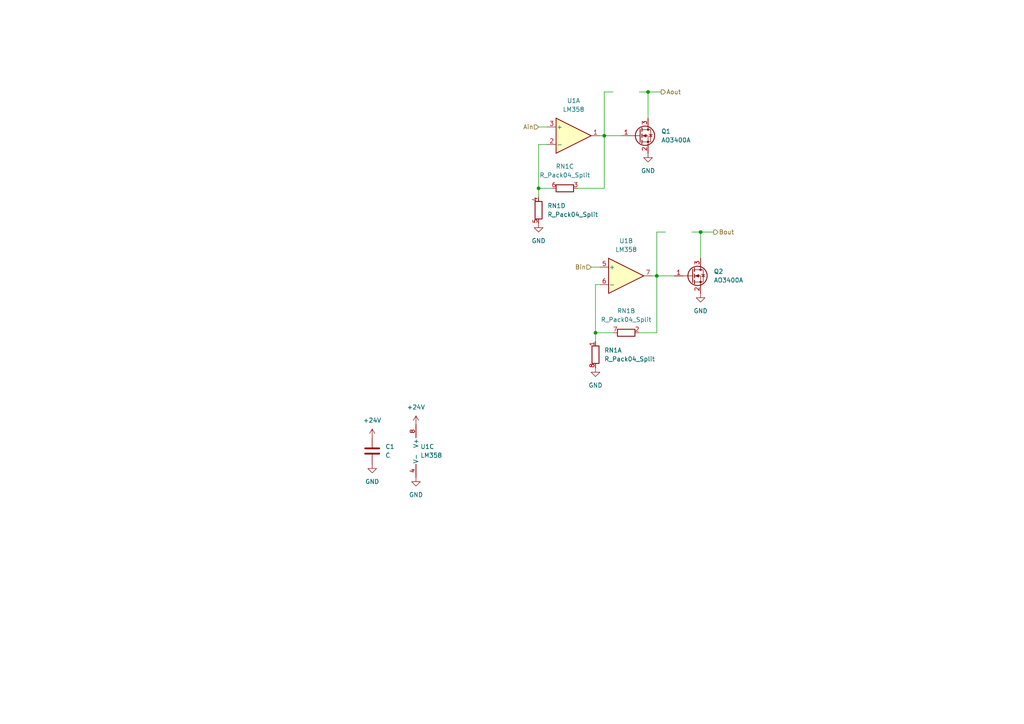
<source format=kicad_sch>
(kicad_sch (version 20230121) (generator eeschema)
  (paper "A4")
  (lib_symbols
    (symbol "Amplifier_Operational:LM358" (pin_names (offset 0.127))
      (property "Reference" "U" (at 0 5.08 0))
      (property "Value" "LM358" (at 0 -5.08 0))
      (symbol "LM358_1_1"
        (polyline (pts (xy -5.08 5.08) (xy 5.08 0) (xy -5.08 -5.08) (xy -5.08 5.08)) (stroke (width 0.254)) (fill (type background)))
        (pin output line (at 7.62 0 180) (length 2.54) (name "~") (number "1"))
        (pin input line (at -7.62 -2.54 0) (length 2.54) (name "-") (number "2"))
        (pin input line (at -7.62 2.54 0) (length 2.54) (name "+") (number "3"))
      )
      (symbol "LM358_2_1"
        (polyline (pts (xy -5.08 5.08) (xy 5.08 0) (xy -5.08 -5.08) (xy -5.08 5.08)) (stroke (width 0.254)) (fill (type background)))
        (pin input line (at -7.62 2.54 0) (length 2.54) (name "+") (number "5"))
        (pin input line (at -7.62 -2.54 0) (length 2.54) (name "-") (number "6"))
        (pin output line (at 7.62 0 180) (length 2.54) (name "~") (number "7"))
      )
      (symbol "LM358_3_1"
        (pin power_in line (at -2.54 -7.62 90) (length 3.81) (name "V-") (number "4"))
        (pin power_in line (at -2.54 7.62 270) (length 3.81) (name "V+") (number "8"))
      )
    )
    (symbol "Device:C" (pin_numbers hide) (pin_names (offset 0.254))
      (property "Reference" "C" (at 0.635 2.54 0))
      (property "Value" "C" (at 0.635 -2.54 0))
      (symbol "C_0_1"
        (polyline (pts (xy -2.032 -0.762) (xy 2.032 -0.762)) (stroke (width 0.508)))
        (polyline (pts (xy -2.032 0.762) (xy 2.032 0.762)) (stroke (width 0.508)))
      )
      (symbol "C_1_1"
        (pin passive line (at 0 3.81 270) (length 2.794) (name "~") (number "1"))
        (pin passive line (at 0 -3.81 90) (length 2.794) (name "~") (number "2"))
      )
    )
    (symbol "Device:Q_NMOS_GSD" (pin_names (offset 0) hide)
      (property "Reference" "Q" (at 5.08 1.27 0))
      (property "Value" "Q_NMOS_GSD" (at 5.08 -1.27 0))
      (symbol "Q_NMOS_GSD_0_1"
        (polyline (pts (xy 0.254 0) (xy -2.54 0)))
        (polyline (pts (xy 0.254 1.905) (xy 0.254 -1.905)) (stroke (width 0.254)))
        (polyline (pts (xy 0.762 -1.27) (xy 0.762 -2.286)) (stroke (width 0.254)))
        (polyline (pts (xy 0.762 0.508) (xy 0.762 -0.508)) (stroke (width 0.254)))
        (polyline (pts (xy 0.762 2.286) (xy 0.762 1.27)) (stroke (width 0.254)))
        (polyline (pts (xy 2.54 2.54) (xy 2.54 1.778)))
        (polyline (pts (xy 2.54 -2.54) (xy 2.54 0) (xy 0.762 0)))
        (polyline (pts (xy 0.762 -1.778) (xy 3.302 -1.778) (xy 3.302 1.778) (xy 0.762 1.778)))
        (polyline (pts (xy 1.016 0) (xy 2.032 0.381) (xy 2.032 -0.381) (xy 1.016 0)) (fill (type outline)))
        (polyline (pts (xy 2.794 0.508) (xy 2.921 0.381) (xy 3.683 0.381) (xy 3.81 0.254)))
        (polyline (pts (xy 3.302 0.381) (xy 2.921 -0.254) (xy 3.683 -0.254) (xy 3.302 0.381)))
        (circle (center 1.651 0) (radius 2.794) (stroke (width 0.254)))
        (circle (center 2.54 -1.778) (radius 0.254) (fill (type outline)))
        (circle (center 2.54 1.778) (radius 0.254) (fill (type outline)))
      )
      (symbol "Q_NMOS_GSD_1_1"
        (pin input line (at -5.08 0 0) (length 2.54) (name "G") (number "1"))
        (pin passive line (at 2.54 -5.08 90) (length 2.54) (name "S") (number "2"))
        (pin passive line (at 2.54 5.08 270) (length 2.54) (name "D") (number "3"))
      )
    )
    (symbol "Device:R_Pack04_Split" (pin_names (offset 0) hide)
      (property "Reference" "RN" (at 2.032 0 90))
      (property "Value" "R_Pack04_Split" (at 0 0 90))
      (symbol "R_Pack04_Split_0_1"
        (rectangle (start 1.016 2.54) (end -1.016 -2.54) (stroke (width 0.254)))
      )
      (symbol "R_Pack04_Split_1_1"
        (pin passive line (at 0 -3.81 90) (length 1.27) (name "R1.1") (number "1"))
        (pin passive line (at 0 3.81 270) (length 1.27) (name "R1.2") (number "8"))
      )
      (symbol "R_Pack04_Split_2_1"
        (pin passive line (at 0 -3.81 90) (length 1.27) (name "R2.1") (number "2"))
        (pin passive line (at 0 3.81 270) (length 1.27) (name "R2.2") (number "7"))
      )
      (symbol "R_Pack04_Split_3_1"
        (pin passive line (at 0 -3.81 90) (length 1.27) (name "R3.1") (number "3"))
        (pin passive line (at 0 3.81 270) (length 1.27) (name "R3.2") (number "6"))
      )
      (symbol "R_Pack04_Split_4_1"
        (pin passive line (at 0 -3.81 90) (length 1.27) (name "R4.1") (number "4"))
        (pin passive line (at 0 3.81 270) (length 1.27) (name "R4.2") (number "5"))
      )
    )
    (symbol "power:+24V" (power) (pin_names (offset 0))
      (property "Value" "+24V" (at 0 3.556 0))
      (symbol "+24V_0_1"
        (polyline (pts (xy -0.762 1.27) (xy 0 2.54)))
        (polyline (pts (xy 0 0) (xy 0 2.54)))
        (polyline (pts (xy 0 2.54) (xy 0.762 1.27)))
      )
      (symbol "+24V_1_1"
        (pin power_in line (at 0 0 90) (length 0) hide (name "+24V") (number "1"))
      )
    )
    (symbol "power:GND" (power) (pin_names (offset 0))
      (property "Value" "GND" (at 0 -3.81 0))
      (symbol "GND_0_1"
        (polyline (pts (xy 0 0) (xy 0 -1.27) (xy 1.27 -1.27) (xy 0 -2.54) (xy -1.27 -1.27) (xy 0 -1.27)))
      )
      (symbol "GND_1_1"
        (pin power_in line (at 0 0 270) (length 0) hide (name "GND") (number "1"))
      )
    )
  )
  (junction (at 175.26 39.37))
  (junction (at 187.96 26.67))
  (junction (at 190.5 80.01))
  (junction (at 203.2 67.31))
  (junction (at 156.21 54.61))
  (junction (at 172.72 96.52))
  (wire (pts (xy 175.26 26.67) (xy 177.8 26.67)))
  (wire (pts (xy 172.72 96.52) (xy 172.72 82.55)))
  (wire (pts (xy 190.5 80.01) (xy 190.5 67.31)))
  (wire (pts (xy 185.42 96.52) (xy 190.5 96.52)))
  (wire (pts (xy 203.2 67.31) (xy 207.01 67.31)))
  (wire (pts (xy 160.02 54.61) (xy 156.21 54.61)))
  (wire (pts (xy 175.26 54.61) (xy 175.26 39.37)))
  (wire (pts (xy 172.72 82.55) (xy 173.99 82.55)))
  (wire (pts (xy 167.64 54.61) (xy 175.26 54.61)))
  (wire (pts (xy 203.2 67.31) (xy 203.2 74.93)))
  (wire (pts (xy 156.21 54.61) (xy 156.21 57.15)))
  (wire (pts (xy 156.21 41.91) (xy 158.75 41.91)))
  (wire (pts (xy 187.96 26.67) (xy 191.77 26.67)))
  (wire (pts (xy 187.96 26.67) (xy 187.96 34.29)))
  (wire (pts (xy 177.8 96.52) (xy 172.72 96.52)))
  (wire (pts (xy 185.42 26.67) (xy 187.96 26.67)))
  (wire (pts (xy 173.99 39.37) (xy 175.26 39.37)))
  (wire (pts (xy 189.23 80.01) (xy 190.5 80.01)))
  (wire (pts (xy 175.26 39.37) (xy 175.26 26.67)))
  (wire (pts (xy 156.21 54.61) (xy 156.21 41.91)))
  (wire (pts (xy 190.5 96.52) (xy 190.5 80.01)))
  (wire (pts (xy 200.66 67.31) (xy 203.2 67.31)))
  (wire (pts (xy 175.26 39.37) (xy 180.34 39.37)))
  (wire (pts (xy 190.5 80.01) (xy 195.58 80.01)))
  (wire (pts (xy 171.45 77.47) (xy 173.99 77.47)))
  (wire (pts (xy 156.21 36.83) (xy 158.75 36.83)))
  (wire (pts (xy 172.72 96.52) (xy 172.72 99.06)))
  (wire (pts (xy 190.5 67.31) (xy 193.04 67.31)))
  (hierarchical_label "Bin" (shape input) (at 171.45 77.47 180))
  (hierarchical_label "Aout" (shape output) (at 191.77 26.67 0))
  (hierarchical_label "Bout" (shape output) (at 207.01 67.31 0))
  (hierarchical_label "Ain" (shape input) (at 156.21 36.83 180))
  (symbol (lib_id "Device:R_Pack04_Split") (at 163.83 54.61 90) (unit 3)
    (property "Reference" "RN1" (at 163.83 48.26 90))
    (property "Value" "R_Pack04_Split" (at 163.83 50.8 90))
    (property "Footprint" "Resistor_SMD:R_Array_Convex_4x0603" (effects hide))
  )
  (symbol (lib_id "Device:Q_NMOS_GSD") (at 185.42 39.37 0) (unit 1)
    (property "Reference" "Q1" (at 191.77 38.0999 0) (effects (justify left)))
    (property "Value" "AO3400A" (at 191.77 40.6399 0) (effects (justify left)))
    (property "Footprint" "Package_TO_SOT_SMD:SOT-23W_Handsoldering" (effects hide))
  )
  (symbol (lib_id "Device:R_Pack04_Split") (at 181.61 96.52 90) (unit 2)
    (property "Reference" "RN1" (at 181.61 90.17 90))
    (property "Value" "R_Pack04_Split" (at 181.61 92.71 90))
    (property "Footprint" "Resistor_SMD:R_Array_Convex_4x0603" (effects hide))
  )
  (symbol (lib_id "Amplifier_Operational:LM358") (at 123.19 130.81 0) (unit 3)
    (property "Reference" "U1" (at 121.92 129.5399 0) (effects (justify left)))
    (property "Value" "LM358" (at 121.92 132.0799 0) (effects (justify left)))
    (property "Footprint" "Package_SO:SOIC-8_3.9x4.9mm_P1.27mm" (effects hide))
    (property "Datasheet" "http://www.ti.com/lit/ds/symlink/lm2904-n.pdf" (effects hide))
  )
  (symbol (lib_id "power:GND") (at 187.96 44.45 0) (unit 1)
    (property "Reference" "#PWR0130" (effects hide))
    (property "Value" "GND" (at 187.96 49.53 0))
  )
  (symbol (lib_id "power:GND") (at 107.95 134.62 0) (unit 1)
    (property "Reference" "#PWR02" (effects hide))
    (property "Value" "GND" (at 107.95 139.7 0))
  )
  (symbol (lib_id "power:+24V") (at 120.65 123.19 0) (unit 1)
    (property "Reference" "#PWR03" (effects hide))
    (property "Value" "+24V" (at 120.65 118.11 0))
  )
  (symbol (lib_id "power:GND") (at 156.21 64.77 0) (unit 1)
    (property "Reference" "#PWR0103" (effects hide))
    (property "Value" "GND" (at 156.21 69.85 0))
  )
  (symbol (lib_id "power:GND") (at 120.65 138.43 0) (unit 1)
    (property "Reference" "#PWR04" (effects hide))
    (property "Value" "GND" (at 120.65 143.51 0))
  )
  (symbol (lib_id "power:GND") (at 172.72 106.68 0) (unit 1)
    (property "Reference" "#PWR0102" (effects hide))
    (property "Value" "GND" (at 172.72 111.76 0))
  )
  (symbol (lib_id "Amplifier_Operational:LM358") (at 181.61 80.01 0) (unit 2)
    (property "Reference" "U1" (at 181.61 69.85 0))
    (property "Value" "LM358" (at 181.61 72.39 0))
    (property "Footprint" "Package_SO:SOIC-8_3.9x4.9mm_P1.27mm" (effects hide))
    (property "Datasheet" "http://www.ti.com/lit/ds/symlink/lm2904-n.pdf" (effects hide))
  )
  (symbol (lib_id "Device:C") (at 107.95 130.81 0) (unit 1)
    (property "Reference" "C1" (at 111.76 129.5399 0) (effects (justify left)))
    (property "Value" "C" (at 111.76 132.0799 0) (effects (justify left)))
    (property "Footprint" "Capacitor_SMD:C_0603_1608Metric_Pad1.08x0.95mm_HandSolder" (effects hide))
  )
  (symbol (lib_id "power:GND") (at 203.2 85.09 0) (unit 1)
    (property "Reference" "#PWR0131" (effects hide))
    (property "Value" "GND" (at 203.2 90.17 0))
  )
  (symbol (lib_id "Device:Q_NMOS_GSD") (at 200.66 80.01 0) (unit 1)
    (property "Reference" "Q2" (at 207.01 78.7399 0) (effects (justify left)))
    (property "Value" "AO3400A" (at 207.01 81.2799 0) (effects (justify left)))
    (property "Footprint" "Package_TO_SOT_SMD:SOT-23W_Handsoldering" (effects hide))
  )
  (symbol (lib_id "Device:R_Pack04_Split") (at 172.72 102.87 180) (unit 1)
    (property "Reference" "RN1" (at 175.26 101.5999 0) (effects (justify right)))
    (property "Value" "R_Pack04_Split" (at 175.26 104.1399 0) (effects (justify right)))
    (property "Footprint" "Resistor_SMD:R_Array_Convex_4x0603" (effects hide))
  )
  (symbol (lib_id "Amplifier_Operational:LM358") (at 166.37 39.37 0) (unit 1)
    (property "Reference" "U1" (at 166.37 29.21 0))
    (property "Value" "LM358" (at 166.37 31.75 0))
    (property "Footprint" "Package_SO:SOIC-8_3.9x4.9mm_P1.27mm" (effects hide))
    (property "Datasheet" "http://www.ti.com/lit/ds/symlink/lm2904-n.pdf" (effects hide))
  )
  (symbol (lib_id "Device:R_Pack04_Split") (at 156.21 60.96 180) (unit 4)
    (property "Reference" "RN1" (at 158.75 59.6899 0) (effects (justify right)))
    (property "Value" "R_Pack04_Split" (at 158.75 62.2299 0) (effects (justify right)))
    (property "Footprint" "Resistor_SMD:R_Array_Convex_4x0603" (effects hide))
  )
  (symbol (lib_id "power:+24V") (at 107.95 127 0) (unit 1)
    (property "Reference" "#PWR01" (effects hide))
    (property "Value" "+24V" (at 107.95 121.92 0))
  )
)
</source>
